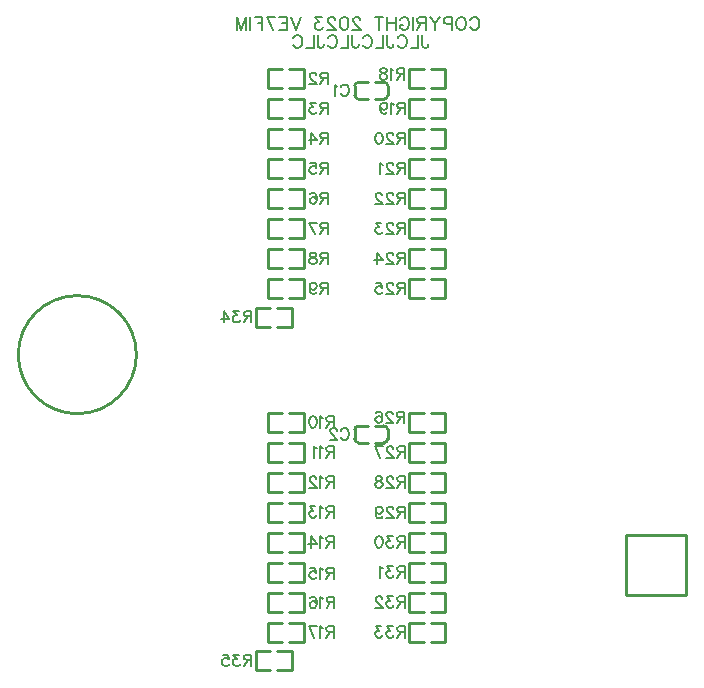
<source format=gbo>
G04 Layer: BottomSilkscreenLayer*
G04 Panelize: , Column: 2, Row: 2, Board Size: 58.42mm x 58.42mm, Panelized Board Size: 118.84mm x 118.84mm*
G04 EasyEDA v6.5.34, 2023-09-05 23:37:52*
G04 71e8e7d8462e44579d9289b60e05a131,5a6b42c53f6a479593ecc07194224c93,10*
G04 Gerber Generator version 0.2*
G04 Scale: 100 percent, Rotated: No, Reflected: No *
G04 Dimensions in millimeters *
G04 leading zeros omitted , absolute positions ,4 integer and 5 decimal *
%FSLAX45Y45*%
%MOMM*%

%ADD10C,0.1524*%
%ADD11C,0.1520*%
%ADD12C,0.2540*%

%LPD*%
D10*
X3884467Y5753562D02*
G01*
X3889664Y5763953D01*
X3900055Y5774344D01*
X3910444Y5779538D01*
X3931226Y5779538D01*
X3941617Y5774344D01*
X3952008Y5763953D01*
X3957205Y5753562D01*
X3962400Y5737974D01*
X3962400Y5711997D01*
X3957205Y5696412D01*
X3952008Y5686021D01*
X3941617Y5675629D01*
X3931226Y5670435D01*
X3910444Y5670435D01*
X3900055Y5675629D01*
X3889664Y5686021D01*
X3884467Y5696412D01*
X3819004Y5779538D02*
G01*
X3829395Y5774344D01*
X3839786Y5763953D01*
X3844983Y5753562D01*
X3850177Y5737974D01*
X3850177Y5711997D01*
X3844983Y5696412D01*
X3839786Y5686021D01*
X3829395Y5675629D01*
X3819004Y5670435D01*
X3798224Y5670435D01*
X3787833Y5675629D01*
X3777442Y5686021D01*
X3772245Y5696412D01*
X3767051Y5711997D01*
X3767051Y5737974D01*
X3772245Y5753562D01*
X3777442Y5763953D01*
X3787833Y5774344D01*
X3798224Y5779538D01*
X3819004Y5779538D01*
X3732761Y5779538D02*
G01*
X3732761Y5670435D01*
X3732761Y5779538D02*
G01*
X3686002Y5779538D01*
X3670414Y5774344D01*
X3665220Y5769147D01*
X3660025Y5758756D01*
X3660025Y5743171D01*
X3665220Y5732779D01*
X3670414Y5727585D01*
X3686002Y5722388D01*
X3732761Y5722388D01*
X3625735Y5779538D02*
G01*
X3584171Y5727585D01*
X3584171Y5670435D01*
X3542606Y5779538D02*
G01*
X3584171Y5727585D01*
X3508316Y5779538D02*
G01*
X3508316Y5670435D01*
X3508316Y5779538D02*
G01*
X3461557Y5779538D01*
X3445972Y5774344D01*
X3440775Y5769147D01*
X3435581Y5758756D01*
X3435581Y5748365D01*
X3440775Y5737974D01*
X3445972Y5732779D01*
X3461557Y5727585D01*
X3508316Y5727585D01*
X3471948Y5727585D02*
G01*
X3435581Y5670435D01*
X3401291Y5779538D02*
G01*
X3401291Y5670435D01*
X3289068Y5753562D02*
G01*
X3294265Y5763953D01*
X3304654Y5774344D01*
X3315045Y5779538D01*
X3335827Y5779538D01*
X3346218Y5774344D01*
X3356609Y5763953D01*
X3361804Y5753562D01*
X3367001Y5737974D01*
X3367001Y5711997D01*
X3361804Y5696412D01*
X3356609Y5686021D01*
X3346218Y5675629D01*
X3335827Y5670435D01*
X3315045Y5670435D01*
X3304654Y5675629D01*
X3294265Y5686021D01*
X3289068Y5696412D01*
X3289068Y5711997D01*
X3315045Y5711997D02*
G01*
X3289068Y5711997D01*
X3254778Y5779538D02*
G01*
X3254778Y5670435D01*
X3182043Y5779538D02*
G01*
X3182043Y5670435D01*
X3254778Y5727585D02*
G01*
X3182043Y5727585D01*
X3111385Y5779538D02*
G01*
X3111385Y5670435D01*
X3147753Y5779538D02*
G01*
X3075015Y5779538D01*
X2955521Y5753562D02*
G01*
X2955521Y5758756D01*
X2950324Y5769147D01*
X2945129Y5774344D01*
X2934738Y5779538D01*
X2913956Y5779538D01*
X2903565Y5774344D01*
X2898371Y5769147D01*
X2893174Y5758756D01*
X2893174Y5748365D01*
X2898371Y5737974D01*
X2908762Y5722388D01*
X2960715Y5670435D01*
X2887979Y5670435D01*
X2822516Y5779538D02*
G01*
X2838104Y5774344D01*
X2848495Y5758756D01*
X2853690Y5732779D01*
X2853690Y5717194D01*
X2848495Y5691215D01*
X2838104Y5675629D01*
X2822516Y5670435D01*
X2812125Y5670435D01*
X2796540Y5675629D01*
X2786148Y5691215D01*
X2780954Y5717194D01*
X2780954Y5732779D01*
X2786148Y5758756D01*
X2796540Y5774344D01*
X2812125Y5779538D01*
X2822516Y5779538D01*
X2741467Y5753562D02*
G01*
X2741467Y5758756D01*
X2736273Y5769147D01*
X2731076Y5774344D01*
X2720685Y5779538D01*
X2699905Y5779538D01*
X2689514Y5774344D01*
X2684317Y5769147D01*
X2679123Y5758756D01*
X2679123Y5748365D01*
X2684317Y5737974D01*
X2694708Y5722388D01*
X2746664Y5670435D01*
X2673926Y5670435D01*
X2629245Y5779538D02*
G01*
X2572095Y5779538D01*
X2603268Y5737974D01*
X2587683Y5737974D01*
X2577292Y5732779D01*
X2572095Y5727585D01*
X2566901Y5711997D01*
X2566901Y5701606D01*
X2572095Y5686021D01*
X2582486Y5675629D01*
X2598074Y5670435D01*
X2613659Y5670435D01*
X2629245Y5675629D01*
X2634442Y5680824D01*
X2639636Y5691215D01*
X2452601Y5779538D02*
G01*
X2411036Y5670435D01*
X2369474Y5779538D02*
G01*
X2411036Y5670435D01*
X2335184Y5779538D02*
G01*
X2335184Y5670435D01*
X2335184Y5779538D02*
G01*
X2267643Y5779538D01*
X2335184Y5727585D02*
G01*
X2293620Y5727585D01*
X2335184Y5670435D02*
G01*
X2267643Y5670435D01*
X2160615Y5779538D02*
G01*
X2212571Y5670435D01*
X2233353Y5779538D02*
G01*
X2160615Y5779538D01*
X2126325Y5779538D02*
G01*
X2126325Y5670435D01*
X2126325Y5779538D02*
G01*
X2058784Y5779538D01*
X2126325Y5727585D02*
G01*
X2084763Y5727585D01*
X2024494Y5779538D02*
G01*
X2024494Y5670435D01*
X1990204Y5779538D02*
G01*
X1990204Y5670435D01*
X1990204Y5779538D02*
G01*
X1948642Y5670435D01*
X1907077Y5779538D02*
G01*
X1948642Y5670435D01*
X1907077Y5779538D02*
G01*
X1907077Y5670435D01*
D11*
X3478644Y5627138D02*
G01*
X3478644Y5544012D01*
X3483841Y5528424D01*
X3489035Y5523229D01*
X3499426Y5518035D01*
X3509817Y5518035D01*
X3520208Y5523229D01*
X3525405Y5528424D01*
X3530600Y5544012D01*
X3530600Y5554403D01*
X3444354Y5627138D02*
G01*
X3444354Y5518035D01*
X3444354Y5518035D02*
G01*
X3382009Y5518035D01*
X3269787Y5601162D02*
G01*
X3274984Y5611553D01*
X3285375Y5621944D01*
X3295764Y5627138D01*
X3316546Y5627138D01*
X3326937Y5621944D01*
X3337328Y5611553D01*
X3342525Y5601162D01*
X3347720Y5585574D01*
X3347720Y5559597D01*
X3342525Y5544012D01*
X3337328Y5533621D01*
X3326937Y5523229D01*
X3316546Y5518035D01*
X3295764Y5518035D01*
X3285375Y5523229D01*
X3274984Y5533621D01*
X3269787Y5544012D01*
X3183544Y5627138D02*
G01*
X3183544Y5544012D01*
X3188738Y5528424D01*
X3193935Y5523229D01*
X3204324Y5518035D01*
X3214715Y5518035D01*
X3225106Y5523229D01*
X3230303Y5528424D01*
X3235497Y5544012D01*
X3235497Y5554403D01*
X3149254Y5627138D02*
G01*
X3149254Y5518035D01*
X3149254Y5518035D02*
G01*
X3086907Y5518035D01*
X2974685Y5601162D02*
G01*
X2979882Y5611553D01*
X2990273Y5621944D01*
X3000664Y5627138D01*
X3021444Y5627138D01*
X3031835Y5621944D01*
X3042226Y5611553D01*
X3047423Y5601162D01*
X3052617Y5585574D01*
X3052617Y5559597D01*
X3047423Y5544012D01*
X3042226Y5533621D01*
X3031835Y5523229D01*
X3021444Y5518035D01*
X3000664Y5518035D01*
X2990273Y5523229D01*
X2979882Y5533621D01*
X2974685Y5544012D01*
X2888442Y5627138D02*
G01*
X2888442Y5544012D01*
X2893636Y5528424D01*
X2898833Y5523229D01*
X2909224Y5518035D01*
X2919615Y5518035D01*
X2930004Y5523229D01*
X2935201Y5528424D01*
X2940395Y5544012D01*
X2940395Y5554403D01*
X2854152Y5627138D02*
G01*
X2854152Y5518035D01*
X2854152Y5518035D02*
G01*
X2791805Y5518035D01*
X2679585Y5601162D02*
G01*
X2684779Y5611553D01*
X2695171Y5621944D01*
X2705562Y5627138D01*
X2726344Y5627138D01*
X2736735Y5621944D01*
X2747124Y5611553D01*
X2752321Y5601162D01*
X2757515Y5585574D01*
X2757515Y5559597D01*
X2752321Y5544012D01*
X2747124Y5533621D01*
X2736735Y5523229D01*
X2726344Y5518035D01*
X2705562Y5518035D01*
X2695171Y5523229D01*
X2684779Y5533621D01*
X2679585Y5544012D01*
X2593340Y5627138D02*
G01*
X2593340Y5544012D01*
X2598534Y5528424D01*
X2603731Y5523229D01*
X2614122Y5518035D01*
X2624513Y5518035D01*
X2634904Y5523229D01*
X2640098Y5528424D01*
X2645295Y5544012D01*
X2645295Y5554403D01*
X2559050Y5627138D02*
G01*
X2559050Y5518035D01*
X2559050Y5518035D02*
G01*
X2496705Y5518035D01*
X2384483Y5601162D02*
G01*
X2389677Y5611553D01*
X2400068Y5621944D01*
X2410459Y5627138D01*
X2431242Y5627138D01*
X2441633Y5621944D01*
X2452024Y5611553D01*
X2457218Y5601162D01*
X2462415Y5585574D01*
X2462415Y5559597D01*
X2457218Y5544012D01*
X2452024Y5533621D01*
X2441633Y5523229D01*
X2431242Y5518035D01*
X2410459Y5518035D01*
X2400068Y5523229D01*
X2389677Y5533621D01*
X2384483Y5544012D01*
D10*
X2032020Y382214D02*
G01*
X2032020Y286758D01*
X2032020Y382214D02*
G01*
X1991111Y382214D01*
X1977473Y377667D01*
X1972929Y373123D01*
X1968383Y364032D01*
X1968383Y354942D01*
X1972929Y345851D01*
X1977473Y341304D01*
X1991111Y336758D01*
X2032020Y336758D01*
X2000201Y336758D02*
G01*
X1968383Y286758D01*
X1929292Y382214D02*
G01*
X1879292Y382214D01*
X1906567Y345851D01*
X1892929Y345851D01*
X1883839Y341304D01*
X1879292Y336758D01*
X1874748Y323123D01*
X1874748Y314032D01*
X1879292Y300395D01*
X1888383Y291304D01*
X1902020Y286758D01*
X1915657Y286758D01*
X1929292Y291304D01*
X1933839Y295851D01*
X1938383Y304942D01*
X1790202Y382214D02*
G01*
X1835657Y382214D01*
X1840202Y341304D01*
X1835657Y345851D01*
X1822020Y350395D01*
X1808383Y350395D01*
X1794748Y345851D01*
X1785658Y336758D01*
X1781111Y323123D01*
X1781111Y314032D01*
X1785658Y300395D01*
X1794748Y291304D01*
X1808383Y286758D01*
X1822020Y286758D01*
X1835657Y291304D01*
X1840202Y295851D01*
X1844748Y304942D01*
X2031994Y3290514D02*
G01*
X2031994Y3195058D01*
X2031994Y3290514D02*
G01*
X1991085Y3290514D01*
X1977448Y3285967D01*
X1972904Y3281423D01*
X1968357Y3272332D01*
X1968357Y3263242D01*
X1972904Y3254151D01*
X1977448Y3249604D01*
X1991085Y3245058D01*
X2031994Y3245058D01*
X2000176Y3245058D02*
G01*
X1968357Y3195058D01*
X1929267Y3290514D02*
G01*
X1879267Y3290514D01*
X1906541Y3254151D01*
X1892904Y3254151D01*
X1883813Y3249604D01*
X1879267Y3245058D01*
X1874723Y3231423D01*
X1874723Y3222332D01*
X1879267Y3208695D01*
X1888357Y3199604D01*
X1901995Y3195058D01*
X1915632Y3195058D01*
X1929267Y3199604D01*
X1933813Y3204151D01*
X1938357Y3213242D01*
X1799267Y3290514D02*
G01*
X1844723Y3226876D01*
X1776542Y3226876D01*
X1799267Y3290514D02*
G01*
X1799267Y3195058D01*
X2789318Y2275281D02*
G01*
X2793862Y2284371D01*
X2802953Y2293462D01*
X2812046Y2298009D01*
X2830228Y2298009D01*
X2839318Y2293462D01*
X2848409Y2284371D01*
X2852953Y2275281D01*
X2857500Y2261646D01*
X2857500Y2238918D01*
X2852953Y2225281D01*
X2848409Y2216190D01*
X2839318Y2207099D01*
X2830228Y2202553D01*
X2812046Y2202553D01*
X2802953Y2207099D01*
X2793862Y2216190D01*
X2789318Y2225281D01*
X2754772Y2275281D02*
G01*
X2754772Y2279827D01*
X2750228Y2288918D01*
X2745681Y2293462D01*
X2736590Y2298009D01*
X2718409Y2298009D01*
X2709318Y2293462D01*
X2704772Y2288918D01*
X2700228Y2279827D01*
X2700228Y2270737D01*
X2704772Y2261646D01*
X2713863Y2248009D01*
X2759318Y2202553D01*
X2695681Y2202553D01*
X2789293Y5183581D02*
G01*
X2793837Y5192671D01*
X2802928Y5201762D01*
X2812021Y5206309D01*
X2830202Y5206309D01*
X2839293Y5201762D01*
X2848383Y5192671D01*
X2852927Y5183581D01*
X2857474Y5169946D01*
X2857474Y5147218D01*
X2852927Y5133581D01*
X2848383Y5124490D01*
X2839293Y5115399D01*
X2830202Y5110853D01*
X2812021Y5110853D01*
X2802928Y5115399D01*
X2793837Y5124490D01*
X2789293Y5133581D01*
X2759293Y5188127D02*
G01*
X2750202Y5192671D01*
X2736565Y5206309D01*
X2736565Y5110853D01*
X2732740Y870877D02*
G01*
X2732740Y775421D01*
X2732740Y870877D02*
G01*
X2691831Y870877D01*
X2678193Y866330D01*
X2673649Y861786D01*
X2669103Y852695D01*
X2669103Y843605D01*
X2673649Y834514D01*
X2678193Y829967D01*
X2691831Y825421D01*
X2732740Y825421D01*
X2700921Y825421D02*
G01*
X2669103Y775421D01*
X2639103Y852695D02*
G01*
X2630012Y857239D01*
X2616377Y870877D01*
X2616377Y775421D01*
X2531831Y857239D02*
G01*
X2536377Y866330D01*
X2550012Y870877D01*
X2559103Y870877D01*
X2572740Y866330D01*
X2581831Y852695D01*
X2586377Y829967D01*
X2586377Y807239D01*
X2581831Y789058D01*
X2572740Y779967D01*
X2559103Y775421D01*
X2554559Y775421D01*
X2540922Y779967D01*
X2531831Y789058D01*
X2527287Y802695D01*
X2527287Y807239D01*
X2531831Y820877D01*
X2540922Y829967D01*
X2554559Y834514D01*
X2559103Y834514D01*
X2572740Y829967D01*
X2581831Y820877D01*
X2586377Y807239D01*
X2730494Y2145593D02*
G01*
X2730494Y2050138D01*
X2730494Y2145593D02*
G01*
X2689585Y2145593D01*
X2675948Y2141047D01*
X2671404Y2136503D01*
X2666857Y2127412D01*
X2666857Y2118321D01*
X2671404Y2109231D01*
X2675948Y2104684D01*
X2689585Y2100138D01*
X2730494Y2100138D01*
X2698676Y2100138D02*
G01*
X2666857Y2050138D01*
X2636857Y2127412D02*
G01*
X2627767Y2131956D01*
X2614132Y2145593D01*
X2614132Y2050138D01*
X2584132Y2127412D02*
G01*
X2575041Y2131956D01*
X2561404Y2145593D01*
X2561404Y2050138D01*
X2730484Y2399598D02*
G01*
X2730484Y2304143D01*
X2730484Y2399598D02*
G01*
X2689575Y2399598D01*
X2675938Y2395052D01*
X2671394Y2390508D01*
X2666847Y2381417D01*
X2666847Y2372326D01*
X2671394Y2363236D01*
X2675938Y2358689D01*
X2689575Y2354143D01*
X2730484Y2354143D01*
X2698666Y2354143D02*
G01*
X2666847Y2304143D01*
X2636847Y2381417D02*
G01*
X2627756Y2385961D01*
X2614122Y2399598D01*
X2614122Y2304143D01*
X2556847Y2399598D02*
G01*
X2570485Y2395052D01*
X2579575Y2381417D01*
X2584122Y2358689D01*
X2584122Y2345052D01*
X2579575Y2322327D01*
X2570485Y2308689D01*
X2556847Y2304143D01*
X2547757Y2304143D01*
X2534122Y2308689D01*
X2525031Y2322327D01*
X2520485Y2345052D01*
X2520485Y2358689D01*
X2525031Y2381417D01*
X2534122Y2395052D01*
X2547757Y2399598D01*
X2556847Y2399598D01*
X2730494Y1891596D02*
G01*
X2730494Y1796140D01*
X2730494Y1891596D02*
G01*
X2689585Y1891596D01*
X2675948Y1887049D01*
X2671404Y1882505D01*
X2666857Y1873415D01*
X2666857Y1864324D01*
X2671404Y1855233D01*
X2675948Y1850687D01*
X2689585Y1846140D01*
X2730494Y1846140D01*
X2698676Y1846140D02*
G01*
X2666857Y1796140D01*
X2636857Y1873415D02*
G01*
X2627767Y1877959D01*
X2614132Y1891596D01*
X2614132Y1796140D01*
X2579585Y1868868D02*
G01*
X2579585Y1873415D01*
X2575041Y1882505D01*
X2570495Y1887049D01*
X2561404Y1891596D01*
X2543223Y1891596D01*
X2534132Y1887049D01*
X2529586Y1882505D01*
X2525041Y1873415D01*
X2525041Y1864324D01*
X2529586Y1855233D01*
X2538676Y1841596D01*
X2584132Y1796140D01*
X2520495Y1796140D01*
X2730494Y1637616D02*
G01*
X2730494Y1542161D01*
X2730494Y1637616D02*
G01*
X2689585Y1637616D01*
X2675948Y1633070D01*
X2671404Y1628526D01*
X2666857Y1619435D01*
X2666857Y1610344D01*
X2671404Y1601254D01*
X2675948Y1596707D01*
X2689585Y1592160D01*
X2730494Y1592160D01*
X2698676Y1592160D02*
G01*
X2666857Y1542161D01*
X2636857Y1619435D02*
G01*
X2627767Y1623979D01*
X2614132Y1637616D01*
X2614132Y1542161D01*
X2575041Y1637616D02*
G01*
X2525041Y1637616D01*
X2552313Y1601254D01*
X2538676Y1601254D01*
X2529586Y1596707D01*
X2525041Y1592160D01*
X2520495Y1578526D01*
X2520495Y1569435D01*
X2525041Y1555798D01*
X2534132Y1546707D01*
X2547767Y1542161D01*
X2561404Y1542161D01*
X2575041Y1546707D01*
X2579585Y1551254D01*
X2584132Y1560344D01*
X2730494Y1383616D02*
G01*
X2730494Y1288161D01*
X2730494Y1383616D02*
G01*
X2689585Y1383616D01*
X2675948Y1379070D01*
X2671404Y1374526D01*
X2666857Y1365435D01*
X2666857Y1356344D01*
X2671404Y1347254D01*
X2675948Y1342707D01*
X2689585Y1338160D01*
X2730494Y1338160D01*
X2698676Y1338160D02*
G01*
X2666857Y1288161D01*
X2636857Y1365435D02*
G01*
X2627767Y1369979D01*
X2614132Y1383616D01*
X2614132Y1288161D01*
X2538676Y1383616D02*
G01*
X2584132Y1319979D01*
X2515948Y1319979D01*
X2538676Y1383616D02*
G01*
X2538676Y1288161D01*
X2730494Y1116916D02*
G01*
X2730494Y1021461D01*
X2730494Y1116916D02*
G01*
X2689585Y1116916D01*
X2675948Y1112370D01*
X2671404Y1107826D01*
X2666857Y1098735D01*
X2666857Y1089644D01*
X2671404Y1080554D01*
X2675948Y1076007D01*
X2689585Y1071460D01*
X2730494Y1071460D01*
X2698676Y1071460D02*
G01*
X2666857Y1021461D01*
X2636857Y1098735D02*
G01*
X2627767Y1103279D01*
X2614132Y1116916D01*
X2614132Y1021461D01*
X2529586Y1116916D02*
G01*
X2575041Y1116916D01*
X2579585Y1076007D01*
X2575041Y1080554D01*
X2561404Y1085098D01*
X2547767Y1085098D01*
X2534132Y1080554D01*
X2525041Y1071460D01*
X2520495Y1057826D01*
X2520495Y1048735D01*
X2525041Y1035098D01*
X2534132Y1026007D01*
X2547767Y1021461D01*
X2561404Y1021461D01*
X2575041Y1026007D01*
X2579585Y1030554D01*
X2584132Y1039644D01*
X2730484Y621604D02*
G01*
X2730484Y526148D01*
X2730484Y621604D02*
G01*
X2689575Y621604D01*
X2675938Y617057D01*
X2671394Y612513D01*
X2666847Y603422D01*
X2666847Y594332D01*
X2671394Y585241D01*
X2675938Y580694D01*
X2689575Y576148D01*
X2730484Y576148D01*
X2698666Y576148D02*
G01*
X2666847Y526148D01*
X2636847Y603422D02*
G01*
X2627756Y607966D01*
X2614122Y621604D01*
X2614122Y526148D01*
X2520485Y621604D02*
G01*
X2565938Y526148D01*
X2584122Y621604D02*
G01*
X2520485Y621604D01*
X2679684Y3529911D02*
G01*
X2679684Y3434455D01*
X2679684Y3529911D02*
G01*
X2638775Y3529911D01*
X2625138Y3525365D01*
X2620594Y3520820D01*
X2616047Y3511730D01*
X2616047Y3502639D01*
X2620594Y3493549D01*
X2625138Y3489002D01*
X2638775Y3484455D01*
X2679684Y3484455D01*
X2647866Y3484455D02*
G01*
X2616047Y3434455D01*
X2526957Y3498093D02*
G01*
X2531503Y3484455D01*
X2540594Y3475365D01*
X2554231Y3470821D01*
X2558775Y3470821D01*
X2572412Y3475365D01*
X2581503Y3484455D01*
X2586047Y3498093D01*
X2586047Y3502639D01*
X2581503Y3516274D01*
X2572412Y3525365D01*
X2558775Y3529911D01*
X2554231Y3529911D01*
X2540594Y3525365D01*
X2531503Y3516274D01*
X2526957Y3498093D01*
X2526957Y3475365D01*
X2531503Y3452639D01*
X2540594Y3439002D01*
X2554231Y3434455D01*
X2563322Y3434455D01*
X2576956Y3439002D01*
X2581503Y3448093D01*
X2679694Y4037906D02*
G01*
X2679694Y3942450D01*
X2679694Y4037906D02*
G01*
X2638785Y4037906D01*
X2625148Y4033359D01*
X2620604Y4028815D01*
X2616057Y4019725D01*
X2616057Y4010634D01*
X2620604Y4001543D01*
X2625148Y3996997D01*
X2638785Y3992450D01*
X2679694Y3992450D01*
X2647876Y3992450D02*
G01*
X2616057Y3942450D01*
X2522423Y4037906D02*
G01*
X2567876Y3942450D01*
X2586057Y4037906D02*
G01*
X2522423Y4037906D01*
X2679694Y4291906D02*
G01*
X2679694Y4196450D01*
X2679694Y4291906D02*
G01*
X2638785Y4291906D01*
X2625148Y4287359D01*
X2620604Y4282815D01*
X2616057Y4273725D01*
X2616057Y4264634D01*
X2620604Y4255543D01*
X2625148Y4250997D01*
X2638785Y4246450D01*
X2679694Y4246450D01*
X2647876Y4246450D02*
G01*
X2616057Y4196450D01*
X2531513Y4278269D02*
G01*
X2536057Y4287359D01*
X2549695Y4291906D01*
X2558785Y4291906D01*
X2572423Y4287359D01*
X2581513Y4273725D01*
X2586057Y4250997D01*
X2586057Y4228269D01*
X2581513Y4210088D01*
X2572423Y4200997D01*
X2558785Y4196450D01*
X2554241Y4196450D01*
X2540604Y4200997D01*
X2531513Y4210088D01*
X2526967Y4223725D01*
X2526967Y4228269D01*
X2531513Y4241906D01*
X2540604Y4250997D01*
X2554241Y4255543D01*
X2558785Y4255543D01*
X2572423Y4250997D01*
X2581513Y4241906D01*
X2586057Y4228269D01*
X2679694Y4545904D02*
G01*
X2679694Y4450448D01*
X2679694Y4545904D02*
G01*
X2638785Y4545904D01*
X2625148Y4541357D01*
X2620604Y4536813D01*
X2616057Y4527722D01*
X2616057Y4518632D01*
X2620604Y4509541D01*
X2625148Y4504994D01*
X2638785Y4500448D01*
X2679694Y4500448D01*
X2647876Y4500448D02*
G01*
X2616057Y4450448D01*
X2531513Y4545904D02*
G01*
X2576967Y4545904D01*
X2581513Y4504994D01*
X2576967Y4509541D01*
X2563332Y4514085D01*
X2549695Y4514085D01*
X2536057Y4509541D01*
X2526967Y4500448D01*
X2522423Y4486813D01*
X2522423Y4477722D01*
X2526967Y4464085D01*
X2536057Y4454994D01*
X2549695Y4450448D01*
X2563332Y4450448D01*
X2576967Y4454994D01*
X2581513Y4459541D01*
X2586057Y4468632D01*
X2679694Y4799909D02*
G01*
X2679694Y4704453D01*
X2679694Y4799909D02*
G01*
X2638785Y4799909D01*
X2625148Y4795362D01*
X2620604Y4790818D01*
X2616057Y4781727D01*
X2616057Y4772637D01*
X2620604Y4763546D01*
X2625148Y4758999D01*
X2638785Y4754453D01*
X2679694Y4754453D01*
X2647876Y4754453D02*
G01*
X2616057Y4704453D01*
X2540604Y4799909D02*
G01*
X2586057Y4736271D01*
X2517876Y4736271D01*
X2540604Y4799909D02*
G01*
X2540604Y4704453D01*
X2679684Y5307909D02*
G01*
X2679684Y5212453D01*
X2679684Y5307909D02*
G01*
X2638775Y5307909D01*
X2625138Y5303362D01*
X2620594Y5298818D01*
X2616047Y5289727D01*
X2616047Y5280637D01*
X2620594Y5271546D01*
X2625138Y5266999D01*
X2638775Y5262453D01*
X2679684Y5262453D01*
X2647866Y5262453D02*
G01*
X2616047Y5212453D01*
X2581503Y5285181D02*
G01*
X2581503Y5289727D01*
X2576956Y5298818D01*
X2572412Y5303362D01*
X2563322Y5307909D01*
X2545138Y5307909D01*
X2536047Y5303362D01*
X2531503Y5298818D01*
X2526957Y5289727D01*
X2526957Y5280637D01*
X2531503Y5271546D01*
X2540594Y5257909D01*
X2586047Y5212453D01*
X2522413Y5212453D01*
X2679694Y5053909D02*
G01*
X2679694Y4958453D01*
X2679694Y5053909D02*
G01*
X2638785Y5053909D01*
X2625148Y5049362D01*
X2620604Y5044818D01*
X2616057Y5035727D01*
X2616057Y5026637D01*
X2620604Y5017546D01*
X2625148Y5012999D01*
X2638785Y5008453D01*
X2679694Y5008453D01*
X2647876Y5008453D02*
G01*
X2616057Y4958453D01*
X2576967Y5053909D02*
G01*
X2526967Y5053909D01*
X2554241Y5017546D01*
X2540604Y5017546D01*
X2531513Y5012999D01*
X2526967Y5008453D01*
X2522423Y4994818D01*
X2522423Y4985727D01*
X2526967Y4972090D01*
X2536057Y4962999D01*
X2549695Y4958453D01*
X2563332Y4958453D01*
X2576967Y4962999D01*
X2581513Y4967546D01*
X2586057Y4976637D01*
X2679694Y3783911D02*
G01*
X2679694Y3688455D01*
X2679694Y3783911D02*
G01*
X2638785Y3783911D01*
X2625148Y3779365D01*
X2620604Y3774820D01*
X2616057Y3765730D01*
X2616057Y3756639D01*
X2620604Y3747549D01*
X2625148Y3743002D01*
X2638785Y3738455D01*
X2679694Y3738455D01*
X2647876Y3738455D02*
G01*
X2616057Y3688455D01*
X2563332Y3783911D02*
G01*
X2576967Y3779365D01*
X2581513Y3770274D01*
X2581513Y3761183D01*
X2576967Y3752093D01*
X2567876Y3747549D01*
X2549695Y3743002D01*
X2536057Y3738455D01*
X2526967Y3729365D01*
X2522423Y3720274D01*
X2522423Y3706639D01*
X2526967Y3697549D01*
X2531513Y3693002D01*
X2545148Y3688455D01*
X2563332Y3688455D01*
X2576967Y3693002D01*
X2581513Y3697549D01*
X2586057Y3706639D01*
X2586057Y3720274D01*
X2581513Y3729365D01*
X2572423Y3738455D01*
X2558785Y3743002D01*
X2540604Y3747549D01*
X2531513Y3752093D01*
X2526967Y3761183D01*
X2526967Y3770274D01*
X2531513Y3779365D01*
X2545148Y3783911D01*
X2563332Y3783911D01*
X3327400Y5346009D02*
G01*
X3327400Y5250553D01*
X3327400Y5346009D02*
G01*
X3286490Y5346009D01*
X3272853Y5341462D01*
X3268309Y5336918D01*
X3263762Y5327827D01*
X3263762Y5318737D01*
X3268309Y5309646D01*
X3272853Y5305099D01*
X3286490Y5300553D01*
X3327400Y5300553D01*
X3295581Y5300553D02*
G01*
X3263762Y5250553D01*
X3233762Y5327827D02*
G01*
X3224672Y5332371D01*
X3211037Y5346009D01*
X3211037Y5250553D01*
X3158309Y5346009D02*
G01*
X3171946Y5341462D01*
X3176490Y5332371D01*
X3176490Y5323281D01*
X3171946Y5314190D01*
X3162853Y5309646D01*
X3144672Y5305099D01*
X3131037Y5300553D01*
X3121947Y5291462D01*
X3117400Y5282371D01*
X3117400Y5268737D01*
X3121947Y5259646D01*
X3126491Y5255099D01*
X3140128Y5250553D01*
X3158309Y5250553D01*
X3171946Y5255099D01*
X3176490Y5259646D01*
X3181037Y5268737D01*
X3181037Y5282371D01*
X3176490Y5291462D01*
X3167400Y5300553D01*
X3153763Y5305099D01*
X3135581Y5309646D01*
X3126491Y5314190D01*
X3121947Y5323281D01*
X3121947Y5332371D01*
X3126491Y5341462D01*
X3140128Y5346009D01*
X3158309Y5346009D01*
X3330168Y5053909D02*
G01*
X3330168Y4958453D01*
X3330168Y5053909D02*
G01*
X3289259Y5053909D01*
X3275622Y5049362D01*
X3271078Y5044818D01*
X3266531Y5035727D01*
X3266531Y5026637D01*
X3271078Y5017546D01*
X3275622Y5012999D01*
X3289259Y5008453D01*
X3330168Y5008453D01*
X3298350Y5008453D02*
G01*
X3266531Y4958453D01*
X3236531Y5035727D02*
G01*
X3227440Y5040271D01*
X3213806Y5053909D01*
X3213806Y4958453D01*
X3124715Y5022090D02*
G01*
X3129259Y5008453D01*
X3138350Y4999362D01*
X3151987Y4994818D01*
X3156531Y4994818D01*
X3170168Y4999362D01*
X3179259Y5008453D01*
X3183806Y5022090D01*
X3183806Y5026637D01*
X3179259Y5040271D01*
X3170168Y5049362D01*
X3156531Y5053909D01*
X3151987Y5053909D01*
X3138350Y5049362D01*
X3129259Y5040271D01*
X3124715Y5022090D01*
X3124715Y4999362D01*
X3129259Y4976637D01*
X3138350Y4962999D01*
X3151987Y4958453D01*
X3161078Y4958453D01*
X3174715Y4962999D01*
X3179259Y4972090D01*
X3330168Y4799909D02*
G01*
X3330168Y4704453D01*
X3330168Y4799909D02*
G01*
X3289259Y4799909D01*
X3275622Y4795362D01*
X3271078Y4790818D01*
X3266531Y4781727D01*
X3266531Y4772637D01*
X3271078Y4763546D01*
X3275622Y4758999D01*
X3289259Y4754453D01*
X3330168Y4754453D01*
X3298350Y4754453D02*
G01*
X3266531Y4704453D01*
X3231987Y4777181D02*
G01*
X3231987Y4781727D01*
X3227440Y4790818D01*
X3222896Y4795362D01*
X3213806Y4799909D01*
X3195622Y4799909D01*
X3186531Y4795362D01*
X3181987Y4790818D01*
X3177440Y4781727D01*
X3177440Y4772637D01*
X3181987Y4763546D01*
X3191078Y4749909D01*
X3236531Y4704453D01*
X3172896Y4704453D01*
X3115622Y4799909D02*
G01*
X3129259Y4795362D01*
X3138350Y4781727D01*
X3142896Y4758999D01*
X3142896Y4745362D01*
X3138350Y4722637D01*
X3129259Y4708999D01*
X3115622Y4704453D01*
X3106531Y4704453D01*
X3092897Y4708999D01*
X3083806Y4722637D01*
X3079259Y4745362D01*
X3079259Y4758999D01*
X3083806Y4781727D01*
X3092897Y4795362D01*
X3106531Y4799909D01*
X3115622Y4799909D01*
X3330168Y4545909D02*
G01*
X3330168Y4450453D01*
X3330168Y4545909D02*
G01*
X3289259Y4545909D01*
X3275622Y4541362D01*
X3271078Y4536818D01*
X3266531Y4527727D01*
X3266531Y4518637D01*
X3271078Y4509546D01*
X3275622Y4504999D01*
X3289259Y4500453D01*
X3330168Y4500453D01*
X3298350Y4500453D02*
G01*
X3266531Y4450453D01*
X3231987Y4523181D02*
G01*
X3231987Y4527727D01*
X3227440Y4536818D01*
X3222896Y4541362D01*
X3213806Y4545909D01*
X3195622Y4545909D01*
X3186531Y4541362D01*
X3181987Y4536818D01*
X3177440Y4527727D01*
X3177440Y4518637D01*
X3181987Y4509546D01*
X3191078Y4495909D01*
X3236531Y4450453D01*
X3172896Y4450453D01*
X3142896Y4527727D02*
G01*
X3133806Y4532271D01*
X3120169Y4545909D01*
X3120169Y4450453D01*
X3330168Y4291909D02*
G01*
X3330168Y4196453D01*
X3330168Y4291909D02*
G01*
X3289259Y4291909D01*
X3275622Y4287362D01*
X3271078Y4282818D01*
X3266531Y4273727D01*
X3266531Y4264637D01*
X3271078Y4255546D01*
X3275622Y4250999D01*
X3289259Y4246453D01*
X3330168Y4246453D01*
X3298350Y4246453D02*
G01*
X3266531Y4196453D01*
X3231987Y4269181D02*
G01*
X3231987Y4273727D01*
X3227440Y4282818D01*
X3222896Y4287362D01*
X3213806Y4291909D01*
X3195622Y4291909D01*
X3186531Y4287362D01*
X3181987Y4282818D01*
X3177440Y4273727D01*
X3177440Y4264637D01*
X3181987Y4255546D01*
X3191078Y4241909D01*
X3236531Y4196453D01*
X3172896Y4196453D01*
X3138350Y4269181D02*
G01*
X3138350Y4273727D01*
X3133806Y4282818D01*
X3129259Y4287362D01*
X3120169Y4291909D01*
X3101987Y4291909D01*
X3092897Y4287362D01*
X3088350Y4282818D01*
X3083806Y4273727D01*
X3083806Y4264637D01*
X3088350Y4255546D01*
X3097441Y4241909D01*
X3142896Y4196453D01*
X3079259Y4196453D01*
X3330168Y4037909D02*
G01*
X3330168Y3942453D01*
X3330168Y4037909D02*
G01*
X3289259Y4037909D01*
X3275622Y4033362D01*
X3271078Y4028818D01*
X3266531Y4019727D01*
X3266531Y4010637D01*
X3271078Y4001546D01*
X3275622Y3996999D01*
X3289259Y3992453D01*
X3330168Y3992453D01*
X3298350Y3992453D02*
G01*
X3266531Y3942453D01*
X3231987Y4015181D02*
G01*
X3231987Y4019727D01*
X3227440Y4028818D01*
X3222896Y4033362D01*
X3213806Y4037909D01*
X3195622Y4037909D01*
X3186531Y4033362D01*
X3181987Y4028818D01*
X3177440Y4019727D01*
X3177440Y4010637D01*
X3181987Y4001546D01*
X3191078Y3987909D01*
X3236531Y3942453D01*
X3172896Y3942453D01*
X3133806Y4037909D02*
G01*
X3083806Y4037909D01*
X3111078Y4001546D01*
X3097441Y4001546D01*
X3088350Y3996999D01*
X3083806Y3992453D01*
X3079259Y3978818D01*
X3079259Y3969727D01*
X3083806Y3956090D01*
X3092897Y3946999D01*
X3106531Y3942453D01*
X3120169Y3942453D01*
X3133806Y3946999D01*
X3138350Y3951546D01*
X3142896Y3960637D01*
X3330168Y3783909D02*
G01*
X3330168Y3688453D01*
X3330168Y3783909D02*
G01*
X3289259Y3783909D01*
X3275622Y3779362D01*
X3271078Y3774818D01*
X3266531Y3765727D01*
X3266531Y3756637D01*
X3271078Y3747546D01*
X3275622Y3742999D01*
X3289259Y3738453D01*
X3330168Y3738453D01*
X3298350Y3738453D02*
G01*
X3266531Y3688453D01*
X3231987Y3761181D02*
G01*
X3231987Y3765727D01*
X3227440Y3774818D01*
X3222896Y3779362D01*
X3213806Y3783909D01*
X3195622Y3783909D01*
X3186531Y3779362D01*
X3181987Y3774818D01*
X3177440Y3765727D01*
X3177440Y3756637D01*
X3181987Y3747546D01*
X3191078Y3733909D01*
X3236531Y3688453D01*
X3172896Y3688453D01*
X3097441Y3783909D02*
G01*
X3142896Y3720271D01*
X3074715Y3720271D01*
X3097441Y3783909D02*
G01*
X3097441Y3688453D01*
X3330168Y3529909D02*
G01*
X3330168Y3434453D01*
X3330168Y3529909D02*
G01*
X3289259Y3529909D01*
X3275622Y3525362D01*
X3271078Y3520818D01*
X3266531Y3511727D01*
X3266531Y3502637D01*
X3271078Y3493546D01*
X3275622Y3488999D01*
X3289259Y3484453D01*
X3330168Y3484453D01*
X3298350Y3484453D02*
G01*
X3266531Y3434453D01*
X3231987Y3507181D02*
G01*
X3231987Y3511727D01*
X3227440Y3520818D01*
X3222896Y3525362D01*
X3213806Y3529909D01*
X3195622Y3529909D01*
X3186531Y3525362D01*
X3181987Y3520818D01*
X3177440Y3511727D01*
X3177440Y3502637D01*
X3181987Y3493546D01*
X3191078Y3479909D01*
X3236531Y3434453D01*
X3172896Y3434453D01*
X3088350Y3529909D02*
G01*
X3133806Y3529909D01*
X3138350Y3488999D01*
X3133806Y3493546D01*
X3120169Y3498090D01*
X3106531Y3498090D01*
X3092897Y3493546D01*
X3083806Y3484453D01*
X3079259Y3470818D01*
X3079259Y3461727D01*
X3083806Y3448090D01*
X3092897Y3438999D01*
X3106531Y3434453D01*
X3120169Y3434453D01*
X3133806Y3438999D01*
X3138350Y3443546D01*
X3142896Y3452637D01*
X3330168Y621609D02*
G01*
X3330168Y526153D01*
X3330168Y621609D02*
G01*
X3289259Y621609D01*
X3275622Y617062D01*
X3271078Y612518D01*
X3266531Y603427D01*
X3266531Y594337D01*
X3271078Y585246D01*
X3275622Y580699D01*
X3289259Y576153D01*
X3330168Y576153D01*
X3298350Y576153D02*
G01*
X3266531Y526153D01*
X3227440Y621609D02*
G01*
X3177440Y621609D01*
X3204715Y585246D01*
X3191078Y585246D01*
X3181987Y580699D01*
X3177440Y576153D01*
X3172896Y562518D01*
X3172896Y553427D01*
X3177440Y539790D01*
X3186531Y530699D01*
X3200168Y526153D01*
X3213806Y526153D01*
X3227440Y530699D01*
X3231987Y535246D01*
X3236531Y544337D01*
X3133806Y621609D02*
G01*
X3083806Y621609D01*
X3111078Y585246D01*
X3097441Y585246D01*
X3088350Y580699D01*
X3083806Y576153D01*
X3079259Y562518D01*
X3079259Y553427D01*
X3083806Y539790D01*
X3092897Y530699D01*
X3106531Y526153D01*
X3120169Y526153D01*
X3133806Y530699D01*
X3138350Y535246D01*
X3142896Y544337D01*
X3330168Y875609D02*
G01*
X3330168Y780153D01*
X3330168Y875609D02*
G01*
X3289259Y875609D01*
X3275622Y871062D01*
X3271078Y866518D01*
X3266531Y857427D01*
X3266531Y848337D01*
X3271078Y839246D01*
X3275622Y834699D01*
X3289259Y830153D01*
X3330168Y830153D01*
X3298350Y830153D02*
G01*
X3266531Y780153D01*
X3227440Y875609D02*
G01*
X3177440Y875609D01*
X3204715Y839246D01*
X3191078Y839246D01*
X3181987Y834699D01*
X3177440Y830153D01*
X3172896Y816518D01*
X3172896Y807427D01*
X3177440Y793790D01*
X3186531Y784699D01*
X3200168Y780153D01*
X3213806Y780153D01*
X3227440Y784699D01*
X3231987Y789246D01*
X3236531Y798337D01*
X3138350Y852881D02*
G01*
X3138350Y857427D01*
X3133806Y866518D01*
X3129259Y871062D01*
X3120169Y875609D01*
X3101987Y875609D01*
X3092897Y871062D01*
X3088350Y866518D01*
X3083806Y857427D01*
X3083806Y848337D01*
X3088350Y839246D01*
X3097441Y825609D01*
X3142896Y780153D01*
X3079259Y780153D01*
X3330168Y1129609D02*
G01*
X3330168Y1034153D01*
X3330168Y1129609D02*
G01*
X3289259Y1129609D01*
X3275622Y1125062D01*
X3271078Y1120518D01*
X3266531Y1111427D01*
X3266531Y1102337D01*
X3271078Y1093246D01*
X3275622Y1088699D01*
X3289259Y1084153D01*
X3330168Y1084153D01*
X3298350Y1084153D02*
G01*
X3266531Y1034153D01*
X3227440Y1129609D02*
G01*
X3177440Y1129609D01*
X3204715Y1093246D01*
X3191078Y1093246D01*
X3181987Y1088699D01*
X3177440Y1084153D01*
X3172896Y1070518D01*
X3172896Y1061427D01*
X3177440Y1047790D01*
X3186531Y1038699D01*
X3200168Y1034153D01*
X3213806Y1034153D01*
X3227440Y1038699D01*
X3231987Y1043246D01*
X3236531Y1052337D01*
X3142896Y1111427D02*
G01*
X3133806Y1115971D01*
X3120169Y1129609D01*
X3120169Y1034153D01*
X3330168Y1383609D02*
G01*
X3330168Y1288153D01*
X3330168Y1383609D02*
G01*
X3289259Y1383609D01*
X3275622Y1379062D01*
X3271078Y1374518D01*
X3266531Y1365427D01*
X3266531Y1356337D01*
X3271078Y1347246D01*
X3275622Y1342699D01*
X3289259Y1338153D01*
X3330168Y1338153D01*
X3298350Y1338153D02*
G01*
X3266531Y1288153D01*
X3227440Y1383609D02*
G01*
X3177440Y1383609D01*
X3204715Y1347246D01*
X3191078Y1347246D01*
X3181987Y1342699D01*
X3177440Y1338153D01*
X3172896Y1324518D01*
X3172896Y1315427D01*
X3177440Y1301790D01*
X3186531Y1292699D01*
X3200168Y1288153D01*
X3213806Y1288153D01*
X3227440Y1292699D01*
X3231987Y1297246D01*
X3236531Y1306337D01*
X3115622Y1383609D02*
G01*
X3129259Y1379062D01*
X3138350Y1365427D01*
X3142896Y1342699D01*
X3142896Y1329062D01*
X3138350Y1306337D01*
X3129259Y1292699D01*
X3115622Y1288153D01*
X3106531Y1288153D01*
X3092897Y1292699D01*
X3083806Y1306337D01*
X3079259Y1329062D01*
X3079259Y1342699D01*
X3083806Y1365427D01*
X3092897Y1379062D01*
X3106531Y1383609D01*
X3115622Y1383609D01*
X3332429Y1632859D02*
G01*
X3332429Y1537403D01*
X3332429Y1632859D02*
G01*
X3291519Y1632859D01*
X3277882Y1628312D01*
X3273338Y1623768D01*
X3268792Y1614678D01*
X3268792Y1605587D01*
X3273338Y1596496D01*
X3277882Y1591950D01*
X3291519Y1587403D01*
X3332429Y1587403D01*
X3300610Y1587403D02*
G01*
X3268792Y1537403D01*
X3234248Y1610131D02*
G01*
X3234248Y1614678D01*
X3229701Y1623768D01*
X3225157Y1628312D01*
X3216066Y1632859D01*
X3197882Y1632859D01*
X3188792Y1628312D01*
X3184248Y1623768D01*
X3179701Y1614678D01*
X3179701Y1605587D01*
X3184248Y1596496D01*
X3193338Y1582859D01*
X3238792Y1537403D01*
X3175157Y1537403D01*
X3086066Y1601040D02*
G01*
X3090611Y1587403D01*
X3099701Y1578312D01*
X3113338Y1573768D01*
X3117883Y1573768D01*
X3131520Y1578312D01*
X3140610Y1587403D01*
X3145157Y1601040D01*
X3145157Y1605587D01*
X3140610Y1619222D01*
X3131520Y1628312D01*
X3117883Y1632859D01*
X3113338Y1632859D01*
X3099701Y1628312D01*
X3090611Y1619222D01*
X3086066Y1601040D01*
X3086066Y1578312D01*
X3090611Y1555587D01*
X3099701Y1541950D01*
X3113338Y1537403D01*
X3122429Y1537403D01*
X3136066Y1541950D01*
X3140610Y1551040D01*
X3330168Y1891609D02*
G01*
X3330168Y1796153D01*
X3330168Y1891609D02*
G01*
X3289259Y1891609D01*
X3275622Y1887062D01*
X3271078Y1882518D01*
X3266531Y1873427D01*
X3266531Y1864337D01*
X3271078Y1855246D01*
X3275622Y1850699D01*
X3289259Y1846153D01*
X3330168Y1846153D01*
X3298350Y1846153D02*
G01*
X3266531Y1796153D01*
X3231987Y1868881D02*
G01*
X3231987Y1873427D01*
X3227440Y1882518D01*
X3222896Y1887062D01*
X3213806Y1891609D01*
X3195622Y1891609D01*
X3186531Y1887062D01*
X3181987Y1882518D01*
X3177440Y1873427D01*
X3177440Y1864337D01*
X3181987Y1855246D01*
X3191078Y1841609D01*
X3236531Y1796153D01*
X3172896Y1796153D01*
X3120169Y1891609D02*
G01*
X3133806Y1887062D01*
X3138350Y1877971D01*
X3138350Y1868881D01*
X3133806Y1859790D01*
X3124715Y1855246D01*
X3106531Y1850699D01*
X3092897Y1846153D01*
X3083806Y1837062D01*
X3079259Y1827971D01*
X3079259Y1814337D01*
X3083806Y1805246D01*
X3088350Y1800699D01*
X3101987Y1796153D01*
X3120169Y1796153D01*
X3133806Y1800699D01*
X3138350Y1805246D01*
X3142896Y1814337D01*
X3142896Y1827971D01*
X3138350Y1837062D01*
X3129259Y1846153D01*
X3115622Y1850699D01*
X3097441Y1855246D01*
X3088350Y1859790D01*
X3083806Y1868881D01*
X3083806Y1877971D01*
X3088350Y1887062D01*
X3101987Y1891609D01*
X3120169Y1891609D01*
X3330168Y2145609D02*
G01*
X3330168Y2050153D01*
X3330168Y2145609D02*
G01*
X3289259Y2145609D01*
X3275622Y2141062D01*
X3271078Y2136518D01*
X3266531Y2127427D01*
X3266531Y2118337D01*
X3271078Y2109246D01*
X3275622Y2104699D01*
X3289259Y2100153D01*
X3330168Y2100153D01*
X3298350Y2100153D02*
G01*
X3266531Y2050153D01*
X3231987Y2122881D02*
G01*
X3231987Y2127427D01*
X3227440Y2136518D01*
X3222896Y2141062D01*
X3213806Y2145609D01*
X3195622Y2145609D01*
X3186531Y2141062D01*
X3181987Y2136518D01*
X3177440Y2127427D01*
X3177440Y2118337D01*
X3181987Y2109246D01*
X3191078Y2095609D01*
X3236531Y2050153D01*
X3172896Y2050153D01*
X3079259Y2145609D02*
G01*
X3124715Y2050153D01*
X3142896Y2145609D02*
G01*
X3079259Y2145609D01*
X3327400Y2437709D02*
G01*
X3327400Y2342253D01*
X3327400Y2437709D02*
G01*
X3286490Y2437709D01*
X3272853Y2433162D01*
X3268309Y2428618D01*
X3263762Y2419527D01*
X3263762Y2410437D01*
X3268309Y2401346D01*
X3272853Y2396799D01*
X3286490Y2392253D01*
X3327400Y2392253D01*
X3295581Y2392253D02*
G01*
X3263762Y2342253D01*
X3229218Y2414981D02*
G01*
X3229218Y2419527D01*
X3224672Y2428618D01*
X3220128Y2433162D01*
X3211037Y2437709D01*
X3192853Y2437709D01*
X3183763Y2433162D01*
X3179218Y2428618D01*
X3174672Y2419527D01*
X3174672Y2410437D01*
X3179218Y2401346D01*
X3188309Y2387709D01*
X3233762Y2342253D01*
X3170128Y2342253D01*
X3085581Y2424071D02*
G01*
X3090128Y2433162D01*
X3103763Y2437709D01*
X3112853Y2437709D01*
X3126491Y2433162D01*
X3135581Y2419527D01*
X3140128Y2396799D01*
X3140128Y2374071D01*
X3135581Y2355890D01*
X3126491Y2346799D01*
X3112853Y2342253D01*
X3108309Y2342253D01*
X3094672Y2346799D01*
X3085581Y2355890D01*
X3081037Y2369527D01*
X3081037Y2374071D01*
X3085581Y2387709D01*
X3094672Y2396799D01*
X3108309Y2401346D01*
X3112853Y2401346D01*
X3126491Y2396799D01*
X3135581Y2387709D01*
X3140128Y2374071D01*
D12*
X2067463Y410712D02*
G01*
X2067463Y250708D01*
X2377521Y410202D02*
G01*
X2377521Y250197D01*
X2192459Y250708D02*
G01*
X2067463Y250708D01*
X2192459Y410712D02*
G01*
X2067463Y410712D01*
X2252517Y250197D02*
G01*
X2377521Y250197D01*
X2252517Y410202D02*
G01*
X2377521Y410202D01*
X2067438Y3319012D02*
G01*
X2067438Y3159008D01*
X2377495Y3318502D02*
G01*
X2377495Y3158497D01*
X2192434Y3159008D02*
G01*
X2067438Y3159008D01*
X2192434Y3319012D02*
G01*
X2067438Y3319012D01*
X2252492Y3158497D02*
G01*
X2377495Y3158497D01*
X2252492Y3318502D02*
G01*
X2377495Y3318502D01*
X3187001Y2207922D02*
G01*
X3187001Y2287925D01*
X3076026Y2176937D02*
G01*
X3156023Y2176937D01*
X3076026Y2318903D02*
G01*
X3156023Y2318903D01*
X3018436Y2176355D02*
G01*
X2938439Y2176355D01*
X2907454Y2207338D02*
G01*
X2907454Y2287336D01*
X3018436Y2318316D02*
G01*
X2938439Y2318316D01*
X3186976Y5116222D02*
G01*
X3186976Y5196225D01*
X3076000Y5085237D02*
G01*
X3155998Y5085237D01*
X3076000Y5227203D02*
G01*
X3155998Y5227203D01*
X3018411Y5084655D02*
G01*
X2938414Y5084655D01*
X2907428Y5115638D02*
G01*
X2907428Y5195636D01*
X3018411Y5226616D02*
G01*
X2938414Y5226616D01*
X2169033Y904110D02*
G01*
X2169033Y744105D01*
X2479090Y903599D02*
G01*
X2479090Y743595D01*
X2294028Y744105D02*
G01*
X2169033Y744105D01*
X2294028Y904110D02*
G01*
X2169033Y904110D01*
X2354089Y743595D02*
G01*
X2479090Y743595D01*
X2354089Y903599D02*
G01*
X2479090Y903599D01*
X2169033Y2174110D02*
G01*
X2169033Y2014105D01*
X2479090Y2173599D02*
G01*
X2479090Y2013595D01*
X2294028Y2014105D02*
G01*
X2169033Y2014105D01*
X2294028Y2174110D02*
G01*
X2169033Y2174110D01*
X2354089Y2013595D02*
G01*
X2479090Y2013595D01*
X2354089Y2173599D02*
G01*
X2479090Y2173599D01*
X2479156Y2267084D02*
G01*
X2479156Y2427089D01*
X2169099Y2267595D02*
G01*
X2169099Y2427599D01*
X2354160Y2427089D02*
G01*
X2479156Y2427089D01*
X2354160Y2267084D02*
G01*
X2479156Y2267084D01*
X2294100Y2427599D02*
G01*
X2169099Y2427599D01*
X2294100Y2267595D02*
G01*
X2169099Y2267595D01*
X2169033Y1920110D02*
G01*
X2169033Y1760105D01*
X2479090Y1919599D02*
G01*
X2479090Y1759595D01*
X2294028Y1760105D02*
G01*
X2169033Y1760105D01*
X2294028Y1920110D02*
G01*
X2169033Y1920110D01*
X2354089Y1759595D02*
G01*
X2479090Y1759595D01*
X2354089Y1919599D02*
G01*
X2479090Y1919599D01*
X2169033Y1666112D02*
G01*
X2169033Y1506108D01*
X2479090Y1665602D02*
G01*
X2479090Y1505597D01*
X2294028Y1506108D02*
G01*
X2169033Y1506108D01*
X2294028Y1666112D02*
G01*
X2169033Y1666112D01*
X2354089Y1505597D02*
G01*
X2479090Y1505597D01*
X2354089Y1665602D02*
G01*
X2479090Y1665602D01*
X2169033Y1412112D02*
G01*
X2169033Y1252108D01*
X2479090Y1411602D02*
G01*
X2479090Y1251597D01*
X2294028Y1252108D02*
G01*
X2169033Y1252108D01*
X2294028Y1412112D02*
G01*
X2169033Y1412112D01*
X2354089Y1251597D02*
G01*
X2479090Y1251597D01*
X2354089Y1411602D02*
G01*
X2479090Y1411602D01*
X2169033Y1158112D02*
G01*
X2169033Y998108D01*
X2479090Y1157602D02*
G01*
X2479090Y997597D01*
X2294028Y998108D02*
G01*
X2169033Y998108D01*
X2294028Y1158112D02*
G01*
X2169033Y1158112D01*
X2354089Y997597D02*
G01*
X2479090Y997597D01*
X2354089Y1157602D02*
G01*
X2479090Y1157602D01*
X2479156Y489087D02*
G01*
X2479156Y649091D01*
X2169099Y489597D02*
G01*
X2169099Y649602D01*
X2354160Y649091D02*
G01*
X2479156Y649091D01*
X2354160Y489087D02*
G01*
X2479156Y489087D01*
X2294100Y649602D02*
G01*
X2169099Y649602D01*
X2294100Y489597D02*
G01*
X2169099Y489597D01*
X2294100Y3398288D02*
G01*
X2169099Y3398288D01*
X2479156Y3397778D02*
G01*
X2479156Y3557783D01*
X2169099Y3398288D02*
G01*
X2169099Y3558293D01*
X2354160Y3557783D02*
G01*
X2479156Y3557783D01*
X2354160Y3397778D02*
G01*
X2479156Y3397778D01*
X2294100Y3558293D02*
G01*
X2169099Y3558293D01*
X2354089Y4066293D02*
G01*
X2479090Y4066293D01*
X2169033Y4066804D02*
G01*
X2169033Y3906799D01*
X2479090Y4066293D02*
G01*
X2479090Y3906288D01*
X2294028Y3906799D02*
G01*
X2169033Y3906799D01*
X2294028Y4066804D02*
G01*
X2169033Y4066804D01*
X2354089Y3906288D02*
G01*
X2479090Y3906288D01*
X2354089Y4320293D02*
G01*
X2479090Y4320293D01*
X2169033Y4320804D02*
G01*
X2169033Y4160799D01*
X2479090Y4320293D02*
G01*
X2479090Y4160288D01*
X2294028Y4160799D02*
G01*
X2169033Y4160799D01*
X2294028Y4320804D02*
G01*
X2169033Y4320804D01*
X2354089Y4160288D02*
G01*
X2479090Y4160288D01*
X2354089Y4574293D02*
G01*
X2479090Y4574293D01*
X2169033Y4574804D02*
G01*
X2169033Y4414799D01*
X2479090Y4574293D02*
G01*
X2479090Y4414288D01*
X2294028Y4414799D02*
G01*
X2169033Y4414799D01*
X2294028Y4574804D02*
G01*
X2169033Y4574804D01*
X2354089Y4414288D02*
G01*
X2479090Y4414288D01*
X2354089Y4828291D02*
G01*
X2479090Y4828291D01*
X2169033Y4828801D02*
G01*
X2169033Y4668796D01*
X2479090Y4828291D02*
G01*
X2479090Y4668286D01*
X2294028Y4668796D02*
G01*
X2169033Y4668796D01*
X2294028Y4828801D02*
G01*
X2169033Y4828801D01*
X2354089Y4668286D02*
G01*
X2479090Y4668286D01*
X2294100Y5176286D02*
G01*
X2169099Y5176286D01*
X2479156Y5175775D02*
G01*
X2479156Y5335780D01*
X2169099Y5176286D02*
G01*
X2169099Y5336291D01*
X2354160Y5335780D02*
G01*
X2479156Y5335780D01*
X2354160Y5175775D02*
G01*
X2479156Y5175775D01*
X2294100Y5336291D02*
G01*
X2169099Y5336291D01*
X2354089Y5082291D02*
G01*
X2479090Y5082291D01*
X2169033Y5082801D02*
G01*
X2169033Y4922796D01*
X2479090Y5082291D02*
G01*
X2479090Y4922286D01*
X2294028Y4922796D02*
G01*
X2169033Y4922796D01*
X2294028Y5082801D02*
G01*
X2169033Y5082801D01*
X2354089Y4922286D02*
G01*
X2479090Y4922286D01*
X2354089Y3812291D02*
G01*
X2479090Y3812291D01*
X2169033Y3812801D02*
G01*
X2169033Y3652796D01*
X2479090Y3812291D02*
G01*
X2479090Y3652286D01*
X2294028Y3652796D02*
G01*
X2169033Y3652796D01*
X2294028Y3812801D02*
G01*
X2169033Y3812801D01*
X2354089Y3652286D02*
G01*
X2479090Y3652286D01*
X3365611Y5336405D02*
G01*
X3365611Y5176400D01*
X3675669Y5335894D02*
G01*
X3675669Y5175890D01*
X3490607Y5176400D02*
G01*
X3365611Y5176400D01*
X3490607Y5336405D02*
G01*
X3365611Y5336405D01*
X3550665Y5175890D02*
G01*
X3675669Y5175890D01*
X3550665Y5335894D02*
G01*
X3675669Y5335894D01*
X3675735Y4921379D02*
G01*
X3675735Y5081384D01*
X3365677Y4921890D02*
G01*
X3365677Y5081894D01*
X3550739Y5081384D02*
G01*
X3675735Y5081384D01*
X3550739Y4921379D02*
G01*
X3675735Y4921379D01*
X3490681Y5081894D02*
G01*
X3365677Y5081894D01*
X3490681Y4921890D02*
G01*
X3365677Y4921890D01*
X3675735Y4667379D02*
G01*
X3675735Y4827384D01*
X3365677Y4667890D02*
G01*
X3365677Y4827894D01*
X3550739Y4827384D02*
G01*
X3675735Y4827384D01*
X3550739Y4667379D02*
G01*
X3675735Y4667379D01*
X3490681Y4827894D02*
G01*
X3365677Y4827894D01*
X3490681Y4667890D02*
G01*
X3365677Y4667890D01*
X3675735Y4413379D02*
G01*
X3675735Y4573384D01*
X3365677Y4413890D02*
G01*
X3365677Y4573894D01*
X3550739Y4573384D02*
G01*
X3675735Y4573384D01*
X3550739Y4413379D02*
G01*
X3675735Y4413379D01*
X3490681Y4573894D02*
G01*
X3365677Y4573894D01*
X3490681Y4413890D02*
G01*
X3365677Y4413890D01*
X3675735Y4159379D02*
G01*
X3675735Y4319384D01*
X3365677Y4159890D02*
G01*
X3365677Y4319894D01*
X3550739Y4319384D02*
G01*
X3675735Y4319384D01*
X3550739Y4159379D02*
G01*
X3675735Y4159379D01*
X3490681Y4319894D02*
G01*
X3365677Y4319894D01*
X3490681Y4159890D02*
G01*
X3365677Y4159890D01*
X3675735Y3905379D02*
G01*
X3675735Y4065384D01*
X3365677Y3905890D02*
G01*
X3365677Y4065894D01*
X3550739Y4065384D02*
G01*
X3675735Y4065384D01*
X3550739Y3905379D02*
G01*
X3675735Y3905379D01*
X3490681Y4065894D02*
G01*
X3365677Y4065894D01*
X3490681Y3905890D02*
G01*
X3365677Y3905890D01*
X3675735Y3651379D02*
G01*
X3675735Y3811384D01*
X3365677Y3651890D02*
G01*
X3365677Y3811894D01*
X3550739Y3811384D02*
G01*
X3675735Y3811384D01*
X3550739Y3651379D02*
G01*
X3675735Y3651379D01*
X3490681Y3811894D02*
G01*
X3365677Y3811894D01*
X3490681Y3651890D02*
G01*
X3365677Y3651890D01*
X3365611Y3558405D02*
G01*
X3365611Y3398400D01*
X3675669Y3557894D02*
G01*
X3675669Y3397890D01*
X3490607Y3398400D02*
G01*
X3365611Y3398400D01*
X3490607Y3558405D02*
G01*
X3365611Y3558405D01*
X3550665Y3397890D02*
G01*
X3675669Y3397890D01*
X3550665Y3557894D02*
G01*
X3675669Y3557894D01*
X3365611Y650107D02*
G01*
X3365611Y490103D01*
X3675669Y649597D02*
G01*
X3675669Y489592D01*
X3490607Y490103D02*
G01*
X3365611Y490103D01*
X3490607Y650107D02*
G01*
X3365611Y650107D01*
X3550665Y489592D02*
G01*
X3675669Y489592D01*
X3550665Y649597D02*
G01*
X3675669Y649597D01*
X3675735Y743082D02*
G01*
X3675735Y903086D01*
X3365677Y743592D02*
G01*
X3365677Y903597D01*
X3550739Y903086D02*
G01*
X3675735Y903086D01*
X3550739Y743082D02*
G01*
X3675735Y743082D01*
X3490681Y903597D02*
G01*
X3365677Y903597D01*
X3490681Y743592D02*
G01*
X3365677Y743592D01*
X3675735Y997082D02*
G01*
X3675735Y1157086D01*
X3365677Y997592D02*
G01*
X3365677Y1157597D01*
X3550739Y1157086D02*
G01*
X3675735Y1157086D01*
X3550739Y997082D02*
G01*
X3675735Y997082D01*
X3490681Y1157597D02*
G01*
X3365677Y1157597D01*
X3490681Y997592D02*
G01*
X3365677Y997592D01*
X3675735Y1251082D02*
G01*
X3675735Y1411086D01*
X3365677Y1251592D02*
G01*
X3365677Y1411597D01*
X3550739Y1411086D02*
G01*
X3675735Y1411086D01*
X3550739Y1251082D02*
G01*
X3675735Y1251082D01*
X3490681Y1411597D02*
G01*
X3365677Y1411597D01*
X3490681Y1251592D02*
G01*
X3365677Y1251592D01*
X3675735Y1505082D02*
G01*
X3675735Y1665086D01*
X3365677Y1505592D02*
G01*
X3365677Y1665597D01*
X3550739Y1665086D02*
G01*
X3675735Y1665086D01*
X3550739Y1505082D02*
G01*
X3675735Y1505082D01*
X3490681Y1665597D02*
G01*
X3365677Y1665597D01*
X3490681Y1505592D02*
G01*
X3365677Y1505592D01*
X3675735Y1759082D02*
G01*
X3675735Y1919086D01*
X3365677Y1759592D02*
G01*
X3365677Y1919597D01*
X3550739Y1919086D02*
G01*
X3675735Y1919086D01*
X3550739Y1759082D02*
G01*
X3675735Y1759082D01*
X3490681Y1919597D02*
G01*
X3365677Y1919597D01*
X3490681Y1759592D02*
G01*
X3365677Y1759592D01*
X3675735Y2013082D02*
G01*
X3675735Y2173086D01*
X3365677Y2013592D02*
G01*
X3365677Y2173597D01*
X3550739Y2173086D02*
G01*
X3675735Y2173086D01*
X3550739Y2013082D02*
G01*
X3675735Y2013082D01*
X3490681Y2173597D02*
G01*
X3365677Y2173597D01*
X3490681Y2013592D02*
G01*
X3365677Y2013592D01*
X3365611Y2428107D02*
G01*
X3365611Y2268103D01*
X3675669Y2427597D02*
G01*
X3675669Y2267592D01*
X3490607Y2268103D02*
G01*
X3365611Y2268103D01*
X3490607Y2428107D02*
G01*
X3365611Y2428107D01*
X3550665Y2267592D02*
G01*
X3675669Y2267592D01*
X3550665Y2427597D02*
G01*
X3675669Y2427597D01*
G75*
G01*
X2907449Y2207339D02*
G03*
X2938432Y2176356I30983J0D01*
G75*
G01*
X2938432Y2318322D02*
G03*
X2907449Y2287336I0J-30983D01*
G75*
G01*
X3156019Y2176937D02*
G03*
X3187001Y2207923I0J30983D01*
G75*
G01*
X3187001Y2287920D02*
G03*
X3156019Y2318903I-30982J0D01*
G75*
G01*
X2907424Y5115639D02*
G03*
X2938407Y5084656I30983J0D01*
G75*
G01*
X2938407Y5226622D02*
G03*
X2907424Y5195636I0J-30983D01*
G75*
G01*
X3155993Y5085237D02*
G03*
X3186976Y5116223I0J30983D01*
G75*
G01*
X3186976Y5196220D02*
G03*
X3155993Y5227203I-30983J0D01*
G75*
G01
X1058799Y2921000D02*
G03X1058799Y2921000I-499999J0D01*
X5207000Y1397000D02*
G01*
X5715000Y1397000D01*
X5715000Y889000D01*
X5207000Y889000D01*
X5207000Y1397000D01*
M02*

</source>
